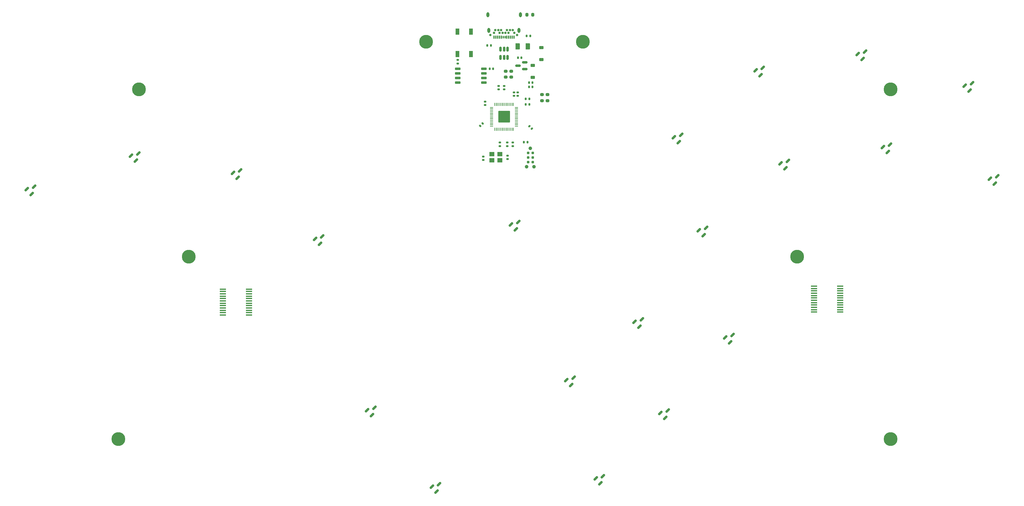
<source format=gts>
G04 #@! TF.GenerationSoftware,KiCad,Pcbnew,(7.0.0)*
G04 #@! TF.CreationDate,2023-03-26T02:59:07-07:00*
G04 #@! TF.ProjectId,HallBox,48616c6c-426f-4782-9e6b-696361645f70,rev?*
G04 #@! TF.SameCoordinates,Original*
G04 #@! TF.FileFunction,Soldermask,Top*
G04 #@! TF.FilePolarity,Negative*
%FSLAX46Y46*%
G04 Gerber Fmt 4.6, Leading zero omitted, Abs format (unit mm)*
G04 Created by KiCad (PCBNEW (7.0.0)) date 2023-03-26 02:59:07*
%MOMM*%
%LPD*%
G01*
G04 APERTURE LIST*
G04 Aperture macros list*
%AMRoundRect*
0 Rectangle with rounded corners*
0 $1 Rounding radius*
0 $2 $3 $4 $5 $6 $7 $8 $9 X,Y pos of 4 corners*
0 Add a 4 corners polygon primitive as box body*
4,1,4,$2,$3,$4,$5,$6,$7,$8,$9,$2,$3,0*
0 Add four circle primitives for the rounded corners*
1,1,$1+$1,$2,$3*
1,1,$1+$1,$4,$5*
1,1,$1+$1,$6,$7*
1,1,$1+$1,$8,$9*
0 Add four rect primitives between the rounded corners*
20,1,$1+$1,$2,$3,$4,$5,0*
20,1,$1+$1,$4,$5,$6,$7,0*
20,1,$1+$1,$6,$7,$8,$9,0*
20,1,$1+$1,$8,$9,$2,$3,0*%
G04 Aperture macros list end*
%ADD10R,1.750000X0.450000*%
%ADD11RoundRect,0.135000X0.135000X0.185000X-0.135000X0.185000X-0.135000X-0.185000X0.135000X-0.185000X0*%
%ADD12RoundRect,0.200000X-0.275000X0.200000X-0.275000X-0.200000X0.275000X-0.200000X0.275000X0.200000X0*%
%ADD13RoundRect,0.200000X0.275000X-0.200000X0.275000X0.200000X-0.275000X0.200000X-0.275000X-0.200000X0*%
%ADD14RoundRect,0.135000X-0.185000X0.135000X-0.185000X-0.135000X0.185000X-0.135000X0.185000X0.135000X0*%
%ADD15RoundRect,0.140000X-0.219203X-0.021213X-0.021213X-0.219203X0.219203X0.021213X0.021213X0.219203X0*%
%ADD16RoundRect,0.225000X0.375000X-0.225000X0.375000X0.225000X-0.375000X0.225000X-0.375000X-0.225000X0*%
%ADD17RoundRect,0.150000X-0.309359X-0.521491X0.521491X0.309359X0.309359X0.521491X-0.521491X-0.309359X0*%
%ADD18RoundRect,0.140000X0.170000X-0.140000X0.170000X0.140000X-0.170000X0.140000X-0.170000X-0.140000X0*%
%ADD19C,0.787400*%
%ADD20C,0.990600*%
%ADD21RoundRect,0.200000X0.200000X0.275000X-0.200000X0.275000X-0.200000X-0.275000X0.200000X-0.275000X0*%
%ADD22C,3.800000*%
%ADD23RoundRect,0.150000X0.587500X0.150000X-0.587500X0.150000X-0.587500X-0.150000X0.587500X-0.150000X0*%
%ADD24RoundRect,0.140000X0.140000X0.170000X-0.140000X0.170000X-0.140000X-0.170000X0.140000X-0.170000X0*%
%ADD25RoundRect,0.140000X-0.140000X-0.170000X0.140000X-0.170000X0.140000X0.170000X-0.140000X0.170000X0*%
%ADD26R,1.100000X1.800000*%
%ADD27RoundRect,0.140000X-0.170000X0.140000X-0.170000X-0.140000X0.170000X-0.140000X0.170000X0.140000X0*%
%ADD28RoundRect,0.144000X-1.456000X-1.456000X1.456000X-1.456000X1.456000X1.456000X-1.456000X1.456000X0*%
%ADD29RoundRect,0.050000X-0.050000X-0.387500X0.050000X-0.387500X0.050000X0.387500X-0.050000X0.387500X0*%
%ADD30RoundRect,0.050000X-0.387500X-0.050000X0.387500X-0.050000X0.387500X0.050000X-0.387500X0.050000X0*%
%ADD31R,1.400000X1.200000*%
%ADD32O,0.800000X1.400000*%
%ADD33C,0.650000*%
%ADD34R,0.300000X0.900000*%
%ADD35R,0.300000X0.700000*%
%ADD36RoundRect,0.135000X0.185000X-0.135000X0.185000X0.135000X-0.185000X0.135000X-0.185000X-0.135000X0*%
%ADD37RoundRect,0.140000X-0.021213X0.219203X-0.219203X0.021213X0.021213X-0.219203X0.219203X-0.021213X0*%
%ADD38RoundRect,0.250000X-0.375000X-0.625000X0.375000X-0.625000X0.375000X0.625000X-0.375000X0.625000X0*%
%ADD39RoundRect,0.135000X-0.135000X-0.185000X0.135000X-0.185000X0.135000X0.185000X-0.135000X0.185000X0*%
%ADD40RoundRect,0.150000X-0.150000X0.512500X-0.150000X-0.512500X0.150000X-0.512500X0.150000X0.512500X0*%
%ADD41RoundRect,0.150000X-0.650000X-0.150000X0.650000X-0.150000X0.650000X0.150000X-0.650000X0.150000X0*%
G04 APERTURE END LIST*
D10*
X126629999Y-102244999D03*
X126629999Y-102894999D03*
X126629999Y-103544999D03*
X126629999Y-104194999D03*
X126629999Y-104844999D03*
X126629999Y-105494999D03*
X126629999Y-106144999D03*
X126629999Y-106794999D03*
X126629999Y-107444999D03*
X126629999Y-108094999D03*
X126629999Y-108744999D03*
X126629999Y-109394999D03*
X133829999Y-109394999D03*
X133829999Y-108744999D03*
X133829999Y-108094999D03*
X133829999Y-107444999D03*
X133829999Y-106794999D03*
X133829999Y-106144999D03*
X133829999Y-105494999D03*
X133829999Y-104844999D03*
X133829999Y-104194999D03*
X133829999Y-103544999D03*
X133829999Y-102894999D03*
X133829999Y-102244999D03*
D11*
X200457974Y-35067254D03*
X199437974Y-35067254D03*
D12*
X214547974Y-48617254D03*
X214547974Y-50267254D03*
D13*
X216087974Y-50267254D03*
X216087974Y-48617254D03*
D12*
X204527974Y-42152254D03*
X204527974Y-43802254D03*
D14*
X191367974Y-39047254D03*
X191367974Y-40067254D03*
D15*
X211743385Y-57992558D03*
X211064563Y-57313736D03*
D16*
X211967974Y-40597254D03*
X211967974Y-43897254D03*
D10*
X296679999Y-101424999D03*
X296679999Y-102074999D03*
X296679999Y-102724999D03*
X296679999Y-103374999D03*
X296679999Y-104024999D03*
X296679999Y-104674999D03*
X296679999Y-105324999D03*
X296679999Y-105974999D03*
X296679999Y-106624999D03*
X296679999Y-107274999D03*
X296679999Y-107924999D03*
X296679999Y-108574999D03*
X289479999Y-108574999D03*
X289479999Y-107924999D03*
X289479999Y-107274999D03*
X289479999Y-106624999D03*
X289479999Y-105974999D03*
X289479999Y-105324999D03*
X289479999Y-104674999D03*
X289479999Y-104024999D03*
X289479999Y-103374999D03*
X289479999Y-102724999D03*
X289479999Y-102074999D03*
X289479999Y-101424999D03*
D17*
X240070000Y-111240000D03*
X241413503Y-112583503D03*
X242067577Y-110585926D03*
D18*
X198862724Y-50553272D03*
X198862724Y-51513272D03*
D19*
X212002974Y-67227254D03*
X210732974Y-67227254D03*
X212002974Y-65957254D03*
X210732974Y-65957254D03*
X212002974Y-64687254D03*
X210732974Y-64687254D03*
D20*
X210351974Y-68497254D03*
X212383974Y-68497254D03*
X211367974Y-63417254D03*
D18*
X204097974Y-46219504D03*
X204097974Y-47179504D03*
D17*
X301530000Y-37430000D03*
X302873503Y-38773503D03*
X303527577Y-36775926D03*
D21*
X210387974Y-26557254D03*
X212037974Y-26557254D03*
D22*
X310512974Y-143637254D03*
X182617974Y-34077254D03*
D18*
X207879724Y-48013272D03*
X207879724Y-48973272D03*
D22*
X225807974Y-34077254D03*
D17*
X221260000Y-127340000D03*
X222603503Y-128683503D03*
X223257577Y-126685926D03*
X229320000Y-154460000D03*
X230663503Y-155803503D03*
X231317577Y-153805926D03*
D18*
X202573974Y-46219504D03*
X202573974Y-47179504D03*
D22*
X117282974Y-93347300D03*
D23*
X207932974Y-40657254D03*
X209807974Y-39707254D03*
X209807974Y-41607254D03*
D24*
X210957974Y-45262254D03*
X211917974Y-45262254D03*
D17*
X206000000Y-84400000D03*
X207343503Y-85743503D03*
X207997577Y-83745926D03*
X166380000Y-135620000D03*
X167723503Y-136963503D03*
X168377577Y-134965926D03*
X280255336Y-67571161D03*
X281598839Y-68914664D03*
X282252913Y-66917087D03*
X184200000Y-156720000D03*
X185543503Y-158063503D03*
X186197577Y-156065926D03*
D25*
X211054974Y-51271504D03*
X210094974Y-51271504D03*
D22*
X97912974Y-143637254D03*
D26*
X191277973Y-37437253D03*
X191277973Y-31237253D03*
X194977973Y-37437253D03*
X194977973Y-31237253D03*
D18*
X206863724Y-48013272D03*
X206863724Y-48973272D03*
D22*
X310577974Y-47150637D03*
D17*
X337900000Y-71800000D03*
X339243503Y-73143503D03*
X339897577Y-71145926D03*
X331000000Y-46140000D03*
X332343503Y-47483503D03*
X332997577Y-45485926D03*
X72662423Y-74684074D03*
X74005926Y-76027577D03*
X74660000Y-74030000D03*
X247142423Y-136374074D03*
X248485926Y-137717577D03*
X249140000Y-135720000D03*
D22*
X284792974Y-93347300D03*
D27*
X204986974Y-62800504D03*
X204986974Y-61840504D03*
D24*
X207937974Y-38417254D03*
X208897974Y-38417254D03*
D28*
X204097974Y-54732254D03*
D29*
X201497974Y-51294754D03*
X201897974Y-51294754D03*
X202297974Y-51294754D03*
X202697974Y-51294754D03*
X203097974Y-51294754D03*
X203497974Y-51294754D03*
X203897974Y-51294754D03*
X204297974Y-51294754D03*
X204697974Y-51294754D03*
X205097974Y-51294754D03*
X205497974Y-51294754D03*
X205897974Y-51294754D03*
X206297974Y-51294754D03*
X206697974Y-51294754D03*
D30*
X207535474Y-52132254D03*
X207535474Y-52532254D03*
X207535474Y-52932254D03*
X207535474Y-53332254D03*
X207535474Y-53732254D03*
X207535474Y-54132254D03*
X207535474Y-54532254D03*
X207535474Y-54932254D03*
X207535474Y-55332254D03*
X207535474Y-55732254D03*
X207535474Y-56132254D03*
X207535474Y-56532254D03*
X207535474Y-56932254D03*
X207535474Y-57332254D03*
D29*
X206697974Y-58169754D03*
X206297974Y-58169754D03*
X205897974Y-58169754D03*
X205497974Y-58169754D03*
X205097974Y-58169754D03*
X204697974Y-58169754D03*
X204297974Y-58169754D03*
X203897974Y-58169754D03*
X203497974Y-58169754D03*
X203097974Y-58169754D03*
X202697974Y-58169754D03*
X202297974Y-58169754D03*
X201897974Y-58169754D03*
X201497974Y-58169754D03*
D30*
X200660474Y-57332254D03*
X200660474Y-56932254D03*
X200660474Y-56532254D03*
X200660474Y-56132254D03*
X200660474Y-55732254D03*
X200660474Y-55332254D03*
X200660474Y-54932254D03*
X200660474Y-54532254D03*
X200660474Y-54132254D03*
X200660474Y-53732254D03*
X200660474Y-53332254D03*
X200660474Y-52932254D03*
X200660474Y-52532254D03*
X200660474Y-52132254D03*
D31*
X202911973Y-66726503D03*
X200711973Y-66726503D03*
X200711973Y-65026503D03*
X202911973Y-65026503D03*
D25*
X211917974Y-46462254D03*
X210957974Y-46462254D03*
D17*
X273370000Y-41900000D03*
X274713503Y-43243503D03*
X275367577Y-41245926D03*
D32*
X199606473Y-26557253D03*
X199891473Y-30947253D03*
X208151473Y-30947253D03*
X208586473Y-26557253D03*
D33*
X206896474Y-31547254D03*
X206496474Y-30847254D03*
X205696474Y-30847254D03*
X205296474Y-31547254D03*
X204896474Y-30847254D03*
X204496474Y-31547254D03*
X203696474Y-31547254D03*
X203296474Y-30847254D03*
X202896474Y-31547254D03*
X202496474Y-30847254D03*
X201696474Y-30847254D03*
X201296474Y-31547254D03*
D34*
X201346473Y-32757253D03*
X201846473Y-32757253D03*
X202346473Y-32757253D03*
X202846473Y-32757253D03*
X203346473Y-32757253D03*
D35*
X203846473Y-32757253D03*
X204346473Y-32757253D03*
D34*
X204846473Y-32757253D03*
X205346473Y-32757253D03*
X205846473Y-32757253D03*
X206346473Y-32757253D03*
X206846473Y-32757253D03*
D33*
X200346474Y-32197254D03*
X207696474Y-32197254D03*
D17*
X101370000Y-65490000D03*
X102713503Y-66833503D03*
X103367577Y-64835926D03*
D12*
X206057974Y-43802254D03*
X206057974Y-42152254D03*
D36*
X202954974Y-62830504D03*
X202954974Y-61810504D03*
D37*
X197507313Y-57214683D03*
X198186135Y-56535861D03*
D38*
X210627974Y-35297254D03*
X207827974Y-35297254D03*
D25*
X201097974Y-41477254D03*
X200137974Y-41477254D03*
D17*
X129420000Y-70190000D03*
X130763503Y-71533503D03*
X131417577Y-69535926D03*
D27*
X198382974Y-66626272D03*
X198382974Y-65666272D03*
D11*
X209507974Y-61767254D03*
X210527974Y-61767254D03*
D17*
X152045336Y-88411161D03*
X153388839Y-89754664D03*
X154042913Y-87757087D03*
X250870000Y-60370000D03*
X252213503Y-61713503D03*
X252867577Y-59715926D03*
D39*
X211287974Y-32407254D03*
X210267974Y-32407254D03*
D22*
X103517974Y-47150637D03*
D17*
X265042423Y-115594074D03*
X266385926Y-116937577D03*
X267040000Y-114940000D03*
D25*
X211054974Y-49747504D03*
X210094974Y-49747504D03*
D17*
X308420000Y-63090000D03*
X309763503Y-64433503D03*
X310417577Y-62435926D03*
D40*
X205047974Y-38324754D03*
X204097974Y-38324754D03*
X203147974Y-38324754D03*
X203147974Y-36049754D03*
X204097974Y-36049754D03*
X205047974Y-36049754D03*
D17*
X257752423Y-86014074D03*
X259095926Y-87357577D03*
X259750000Y-85360000D03*
D16*
X214347974Y-35667254D03*
X214347974Y-38967254D03*
D41*
X198567974Y-41482254D03*
X198567974Y-42752254D03*
X198567974Y-44022254D03*
X198567974Y-45292254D03*
X191367974Y-45292254D03*
X191367974Y-44022254D03*
X191367974Y-42752254D03*
X191367974Y-41482254D03*
D27*
X206510974Y-62800504D03*
X206510974Y-61840504D03*
D18*
X205085724Y-65412272D03*
X205085724Y-66372272D03*
M02*

</source>
